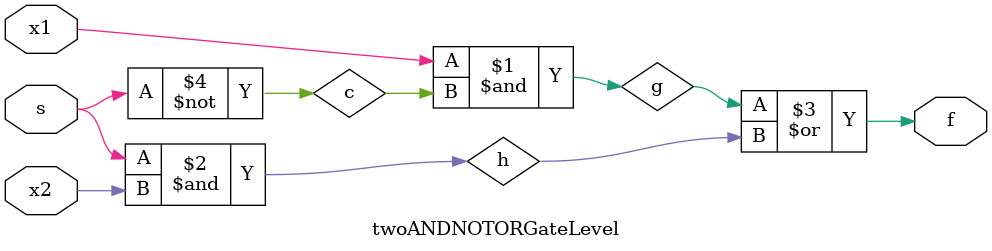
<source format=v>



module twoANDNOTORGateLevel(x1,x2,s,f);

input x1,s,x2;
output f;
wire c,e,g,h;

not not1(c,s);
and and1(g,x1,c);
and and2(h,s,x2);
or or1(f,g,h);

endmodule
</source>
